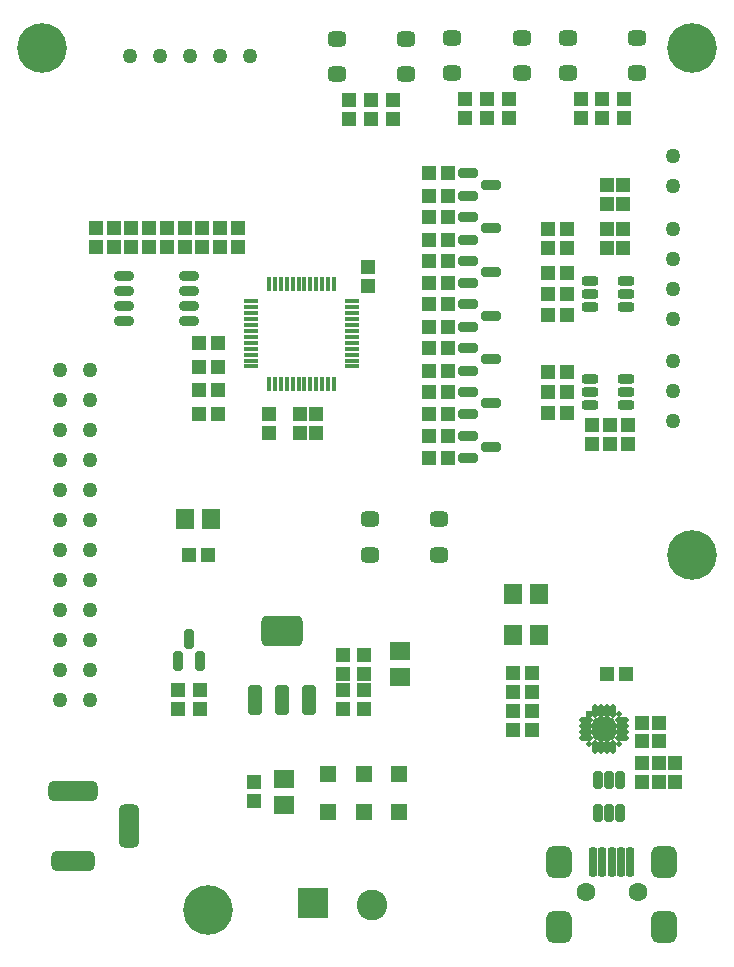
<source format=gts>
G04*
G04 #@! TF.GenerationSoftware,Altium Limited,Altium Designer,24.3.1 (35)*
G04*
G04 Layer_Color=8388736*
%FSLAX25Y25*%
%MOIN*%
G70*
G04*
G04 #@! TF.SameCoordinates,CBDEA9DE-FB5E-4B32-9C3F-323BEE311ABC*
G04*
G04*
G04 #@! TF.FilePolarity,Negative*
G04*
G01*
G75*
G04:AMPARAMS|DCode=37|XSize=47.37mil|YSize=102.49mil|CornerRadius=13.84mil|HoleSize=0mil|Usage=FLASHONLY|Rotation=180.000|XOffset=0mil|YOffset=0mil|HoleType=Round|Shape=RoundedRectangle|*
%AMROUNDEDRECTD37*
21,1,0.04737,0.07480,0,0,180.0*
21,1,0.01968,0.10249,0,0,180.0*
1,1,0.02769,-0.00984,0.03740*
1,1,0.02769,0.00984,0.03740*
1,1,0.02769,0.00984,-0.03740*
1,1,0.02769,-0.00984,-0.03740*
%
%ADD37ROUNDEDRECTD37*%
G04:AMPARAMS|DCode=38|XSize=137.92mil|YSize=102.49mil|CornerRadius=18.17mil|HoleSize=0mil|Usage=FLASHONLY|Rotation=180.000|XOffset=0mil|YOffset=0mil|HoleType=Round|Shape=RoundedRectangle|*
%AMROUNDEDRECTD38*
21,1,0.13792,0.06614,0,0,180.0*
21,1,0.10158,0.10249,0,0,180.0*
1,1,0.03635,-0.05079,0.03307*
1,1,0.03635,0.05079,0.03307*
1,1,0.03635,0.05079,-0.03307*
1,1,0.03635,-0.05079,-0.03307*
%
%ADD38ROUNDEDRECTD38*%
%ADD39R,0.06706X0.05918*%
%ADD40R,0.05918X0.06706*%
%ADD41R,0.04500X0.04800*%
G04:AMPARAMS|DCode=42|XSize=31.62mil|YSize=67.06mil|CornerRadius=9.91mil|HoleSize=0mil|Usage=FLASHONLY|Rotation=180.000|XOffset=0mil|YOffset=0mil|HoleType=Round|Shape=RoundedRectangle|*
%AMROUNDEDRECTD42*
21,1,0.03162,0.04724,0,0,180.0*
21,1,0.01181,0.06706,0,0,180.0*
1,1,0.01981,-0.00591,0.02362*
1,1,0.01981,0.00591,0.02362*
1,1,0.01981,0.00591,-0.02362*
1,1,0.01981,-0.00591,-0.02362*
%
%ADD42ROUNDEDRECTD42*%
%ADD43R,0.04800X0.04500*%
G04:AMPARAMS|DCode=44|XSize=61.15mil|YSize=51.31mil|CornerRadius=14.83mil|HoleSize=0mil|Usage=FLASHONLY|Rotation=180.000|XOffset=0mil|YOffset=0mil|HoleType=Round|Shape=RoundedRectangle|*
%AMROUNDEDRECTD44*
21,1,0.06115,0.02165,0,0,180.0*
21,1,0.03150,0.05131,0,0,180.0*
1,1,0.02965,-0.01575,0.01083*
1,1,0.02965,0.01575,0.01083*
1,1,0.02965,0.01575,-0.01083*
1,1,0.02965,-0.01575,-0.01083*
%
%ADD44ROUNDEDRECTD44*%
%ADD45R,0.01560X0.05060*%
G04:AMPARAMS|DCode=46|XSize=55.24mil|YSize=31.62mil|CornerRadius=9.91mil|HoleSize=0mil|Usage=FLASHONLY|Rotation=0.000|XOffset=0mil|YOffset=0mil|HoleType=Round|Shape=RoundedRectangle|*
%AMROUNDEDRECTD46*
21,1,0.05524,0.01181,0,0,0.0*
21,1,0.03543,0.03162,0,0,0.0*
1,1,0.01981,0.01772,-0.00591*
1,1,0.01981,-0.01772,-0.00591*
1,1,0.01981,-0.01772,0.00591*
1,1,0.01981,0.01772,0.00591*
%
%ADD46ROUNDEDRECTD46*%
G04:AMPARAMS|DCode=47|XSize=31.62mil|YSize=67.06mil|CornerRadius=9.91mil|HoleSize=0mil|Usage=FLASHONLY|Rotation=90.000|XOffset=0mil|YOffset=0mil|HoleType=Round|Shape=RoundedRectangle|*
%AMROUNDEDRECTD47*
21,1,0.03162,0.04724,0,0,90.0*
21,1,0.01181,0.06706,0,0,90.0*
1,1,0.01981,0.02362,0.00591*
1,1,0.01981,0.02362,-0.00591*
1,1,0.01981,-0.02362,-0.00591*
1,1,0.01981,-0.02362,0.00591*
%
%ADD47ROUNDEDRECTD47*%
G04:AMPARAMS|DCode=48|XSize=78.87mil|YSize=78.87mil|CornerRadius=21.72mil|HoleSize=0mil|Usage=FLASHONLY|Rotation=90.000|XOffset=0mil|YOffset=0mil|HoleType=Round|Shape=RoundedRectangle|*
%AMROUNDEDRECTD48*
21,1,0.07887,0.03543,0,0,90.0*
21,1,0.03543,0.07887,0,0,90.0*
1,1,0.04343,0.01772,0.01772*
1,1,0.04343,0.01772,-0.01772*
1,1,0.04343,-0.01772,-0.01772*
1,1,0.04343,-0.01772,0.01772*
%
%ADD48ROUNDEDRECTD48*%
G04:AMPARAMS|DCode=49|XSize=19.81mil|YSize=19.81mil|CornerRadius=6.95mil|HoleSize=0mil|Usage=FLASHONLY|Rotation=90.000|XOffset=0mil|YOffset=0mil|HoleType=Round|Shape=RoundedRectangle|*
%AMROUNDEDRECTD49*
21,1,0.01981,0.00591,0,0,90.0*
21,1,0.00591,0.01981,0,0,90.0*
1,1,0.01391,0.00295,0.00295*
1,1,0.01391,0.00295,-0.00295*
1,1,0.01391,-0.00295,-0.00295*
1,1,0.01391,-0.00295,0.00295*
%
%ADD49ROUNDEDRECTD49*%
%ADD50R,0.01981X0.01981*%
G04:AMPARAMS|DCode=51|XSize=43.43mil|YSize=19.81mil|CornerRadius=6.95mil|HoleSize=0mil|Usage=FLASHONLY|Rotation=0.000|XOffset=0mil|YOffset=0mil|HoleType=Round|Shape=RoundedRectangle|*
%AMROUNDEDRECTD51*
21,1,0.04343,0.00591,0,0,0.0*
21,1,0.02953,0.01981,0,0,0.0*
1,1,0.01391,0.01476,-0.00295*
1,1,0.01391,-0.01476,-0.00295*
1,1,0.01391,-0.01476,0.00295*
1,1,0.01391,0.01476,0.00295*
%
%ADD51ROUNDEDRECTD51*%
G04:AMPARAMS|DCode=52|XSize=43.43mil|YSize=19.81mil|CornerRadius=6.95mil|HoleSize=0mil|Usage=FLASHONLY|Rotation=270.000|XOffset=0mil|YOffset=0mil|HoleType=Round|Shape=RoundedRectangle|*
%AMROUNDEDRECTD52*
21,1,0.04343,0.00591,0,0,270.0*
21,1,0.02953,0.01981,0,0,270.0*
1,1,0.01391,-0.00295,-0.01476*
1,1,0.01391,-0.00295,0.01476*
1,1,0.01391,0.00295,0.01476*
1,1,0.01391,0.00295,-0.01476*
%
%ADD52ROUNDEDRECTD52*%
%ADD53R,0.05524X0.05524*%
%ADD54R,0.05060X0.01560*%
G04:AMPARAMS|DCode=55|XSize=31.62mil|YSize=65.09mil|CornerRadius=9.91mil|HoleSize=0mil|Usage=FLASHONLY|Rotation=90.000|XOffset=0mil|YOffset=0mil|HoleType=Round|Shape=RoundedRectangle|*
%AMROUNDEDRECTD55*
21,1,0.03162,0.04528,0,0,90.0*
21,1,0.01181,0.06509,0,0,90.0*
1,1,0.01981,0.02264,0.00591*
1,1,0.01981,0.02264,-0.00591*
1,1,0.01981,-0.02264,-0.00591*
1,1,0.01981,-0.02264,0.00591*
%
%ADD55ROUNDEDRECTD55*%
G04:AMPARAMS|DCode=56|XSize=106.42mil|YSize=86.74mil|CornerRadius=23.68mil|HoleSize=0mil|Usage=FLASHONLY|Rotation=90.000|XOffset=0mil|YOffset=0mil|HoleType=Round|Shape=RoundedRectangle|*
%AMROUNDEDRECTD56*
21,1,0.10642,0.03937,0,0,90.0*
21,1,0.05906,0.08674,0,0,90.0*
1,1,0.04737,0.01968,0.02953*
1,1,0.04737,0.01968,-0.02953*
1,1,0.04737,-0.01968,-0.02953*
1,1,0.04737,-0.01968,0.02953*
%
%ADD56ROUNDEDRECTD56*%
G04:AMPARAMS|DCode=57|XSize=98.55mil|YSize=27.69mil|CornerRadius=8.92mil|HoleSize=0mil|Usage=FLASHONLY|Rotation=90.000|XOffset=0mil|YOffset=0mil|HoleType=Round|Shape=RoundedRectangle|*
%AMROUNDEDRECTD57*
21,1,0.09855,0.00984,0,0,90.0*
21,1,0.08071,0.02769,0,0,90.0*
1,1,0.01784,0.00492,0.04035*
1,1,0.01784,0.00492,-0.04035*
1,1,0.01784,-0.00492,-0.04035*
1,1,0.01784,-0.00492,0.04035*
%
%ADD57ROUNDEDRECTD57*%
G04:AMPARAMS|DCode=58|XSize=33.59mil|YSize=59.18mil|CornerRadius=10.4mil|HoleSize=0mil|Usage=FLASHONLY|Rotation=180.000|XOffset=0mil|YOffset=0mil|HoleType=Round|Shape=RoundedRectangle|*
%AMROUNDEDRECTD58*
21,1,0.03359,0.03839,0,0,180.0*
21,1,0.01280,0.05918,0,0,180.0*
1,1,0.02080,-0.00640,0.01919*
1,1,0.02080,0.00640,0.01919*
1,1,0.02080,0.00640,-0.01919*
1,1,0.02080,-0.00640,-0.01919*
%
%ADD58ROUNDEDRECTD58*%
%ADD59R,0.10249X0.10249*%
%ADD60C,0.10249*%
%ADD61C,0.05000*%
%ADD62C,0.16548*%
G04:AMPARAMS|DCode=63|XSize=67.06mil|YSize=145.8mil|CornerRadius=18.76mil|HoleSize=0mil|Usage=FLASHONLY|Rotation=0.000|XOffset=0mil|YOffset=0mil|HoleType=Round|Shape=RoundedRectangle|*
%AMROUNDEDRECTD63*
21,1,0.06706,0.10827,0,0,0.0*
21,1,0.02953,0.14580,0,0,0.0*
1,1,0.03753,0.01476,-0.05413*
1,1,0.03753,-0.01476,-0.05413*
1,1,0.03753,-0.01476,0.05413*
1,1,0.03753,0.01476,0.05413*
%
%ADD63ROUNDEDRECTD63*%
G04:AMPARAMS|DCode=64|XSize=67.06mil|YSize=145.8mil|CornerRadius=18.76mil|HoleSize=0mil|Usage=FLASHONLY|Rotation=270.000|XOffset=0mil|YOffset=0mil|HoleType=Round|Shape=RoundedRectangle|*
%AMROUNDEDRECTD64*
21,1,0.06706,0.10827,0,0,270.0*
21,1,0.02953,0.14580,0,0,270.0*
1,1,0.03753,-0.05413,-0.01476*
1,1,0.03753,-0.05413,0.01476*
1,1,0.03753,0.05413,0.01476*
1,1,0.03753,0.05413,-0.01476*
%
%ADD64ROUNDEDRECTD64*%
G04:AMPARAMS|DCode=65|XSize=67.06mil|YSize=165.48mil|CornerRadius=18.76mil|HoleSize=0mil|Usage=FLASHONLY|Rotation=90.000|XOffset=0mil|YOffset=0mil|HoleType=Round|Shape=RoundedRectangle|*
%AMROUNDEDRECTD65*
21,1,0.06706,0.12795,0,0,90.0*
21,1,0.02953,0.16548,0,0,90.0*
1,1,0.03753,0.06398,0.01476*
1,1,0.03753,0.06398,-0.01476*
1,1,0.03753,-0.06398,-0.01476*
1,1,0.03753,-0.06398,0.01476*
%
%ADD65ROUNDEDRECTD65*%
%ADD66C,0.06312*%
D37*
X86575Y85720D02*
D03*
X95630D02*
D03*
X104685D02*
D03*
D38*
X95630Y108555D02*
D03*
D39*
X96280Y59496D02*
D03*
Y50834D02*
D03*
X135039Y93307D02*
D03*
Y101969D02*
D03*
D40*
X72047Y145866D02*
D03*
X63386D02*
D03*
X181169Y107500D02*
D03*
X172508D02*
D03*
X181169Y121000D02*
D03*
X172508D02*
D03*
D41*
X70867Y134055D02*
D03*
X64566D02*
D03*
X190552Y194882D02*
D03*
X184252D02*
D03*
X190551Y188189D02*
D03*
X184251D02*
D03*
X190552Y181496D02*
D03*
X184252D02*
D03*
X150839Y253740D02*
D03*
X144539D02*
D03*
Y261221D02*
D03*
X150839D02*
D03*
Y180905D02*
D03*
X144539D02*
D03*
Y188386D02*
D03*
X150839D02*
D03*
X203937Y94193D02*
D03*
X210237D02*
D03*
X150839Y246654D02*
D03*
X144539D02*
D03*
Y239173D02*
D03*
X150839D02*
D03*
Y232077D02*
D03*
X144539D02*
D03*
Y224597D02*
D03*
X150839D02*
D03*
Y217539D02*
D03*
X144539D02*
D03*
X150839Y202953D02*
D03*
X144539D02*
D03*
Y195473D02*
D03*
X150839D02*
D03*
Y173819D02*
D03*
X144539D02*
D03*
Y166339D02*
D03*
X150839D02*
D03*
X74410Y181102D02*
D03*
X68110D02*
D03*
X74410Y188976D02*
D03*
X68110D02*
D03*
X74410Y196850D02*
D03*
X68110D02*
D03*
Y204724D02*
D03*
X74410D02*
D03*
X144539Y210039D02*
D03*
X150839D02*
D03*
X190552Y227953D02*
D03*
X184252D02*
D03*
X190552Y221091D02*
D03*
X184252D02*
D03*
X190552Y214173D02*
D03*
X184252D02*
D03*
X184252Y236440D02*
D03*
X190552D02*
D03*
Y242741D02*
D03*
X184252D02*
D03*
D42*
X64567Y106102D02*
D03*
X68307Y98622D02*
D03*
X60827D02*
D03*
D43*
X68400Y89075D02*
D03*
Y82775D02*
D03*
X60919D02*
D03*
Y89075D02*
D03*
X195276Y286024D02*
D03*
Y279724D02*
D03*
X202425D02*
D03*
Y286024D02*
D03*
X209575Y286095D02*
D03*
Y279795D02*
D03*
X171260Y286024D02*
D03*
Y279724D02*
D03*
X163976Y279795D02*
D03*
Y286095D02*
D03*
X156693Y286024D02*
D03*
Y279724D02*
D03*
X132677Y285630D02*
D03*
Y279330D02*
D03*
X125394Y279401D02*
D03*
Y285701D02*
D03*
X118110Y285630D02*
D03*
Y279330D02*
D03*
X209402Y250940D02*
D03*
Y257241D02*
D03*
X203902Y250940D02*
D03*
Y257241D02*
D03*
Y242741D02*
D03*
Y236440D02*
D03*
X209402Y242741D02*
D03*
Y236440D02*
D03*
X210902Y170940D02*
D03*
Y177241D02*
D03*
X204949D02*
D03*
Y170940D02*
D03*
X198996Y177241D02*
D03*
Y170940D02*
D03*
X179008Y88288D02*
D03*
Y94588D02*
D03*
X172508Y88288D02*
D03*
Y94588D02*
D03*
Y81988D02*
D03*
Y75688D02*
D03*
X179008D02*
D03*
Y81988D02*
D03*
X221260Y78166D02*
D03*
Y71866D02*
D03*
X215620D02*
D03*
Y78166D02*
D03*
X215748Y64567D02*
D03*
Y58267D02*
D03*
X221260D02*
D03*
Y64567D02*
D03*
X226772D02*
D03*
Y58267D02*
D03*
X124409Y223622D02*
D03*
Y229922D02*
D03*
X86279Y52015D02*
D03*
Y58315D02*
D03*
X123130Y94488D02*
D03*
Y100788D02*
D03*
X116130D02*
D03*
Y94488D02*
D03*
X107087Y181102D02*
D03*
Y174802D02*
D03*
X101575Y181102D02*
D03*
Y174802D02*
D03*
X91339Y181102D02*
D03*
Y174802D02*
D03*
X80842Y236830D02*
D03*
Y243130D02*
D03*
X74945Y236830D02*
D03*
Y243130D02*
D03*
X69047Y236830D02*
D03*
Y243130D02*
D03*
X63150D02*
D03*
Y236830D02*
D03*
X57252Y243130D02*
D03*
Y236830D02*
D03*
X51354Y243130D02*
D03*
Y236830D02*
D03*
X45457D02*
D03*
Y243130D02*
D03*
X39559D02*
D03*
Y236830D02*
D03*
X33661Y243111D02*
D03*
Y236811D02*
D03*
X116130Y82775D02*
D03*
Y89075D02*
D03*
X123130D02*
D03*
Y82775D02*
D03*
D44*
X190909Y306496D02*
D03*
X213941D02*
D03*
X190909Y294685D02*
D03*
X213941D02*
D03*
X152461Y306496D02*
D03*
X175492D02*
D03*
X152461Y294685D02*
D03*
X175492D02*
D03*
X113878Y306102D02*
D03*
X136909D02*
D03*
X113878Y294291D02*
D03*
X136909D02*
D03*
X124902Y145866D02*
D03*
X147933D02*
D03*
X124902Y134055D02*
D03*
X147933D02*
D03*
D45*
X109043Y190972D02*
D03*
X91327Y224437D02*
D03*
X93295D02*
D03*
X95264D02*
D03*
X97232D02*
D03*
X99201D02*
D03*
X101169D02*
D03*
X103138D02*
D03*
X105106D02*
D03*
X107075D02*
D03*
X109043D02*
D03*
X111012D02*
D03*
X112980D02*
D03*
Y190972D02*
D03*
X111012D02*
D03*
X107075D02*
D03*
X105106D02*
D03*
X103138D02*
D03*
X101169D02*
D03*
X99201D02*
D03*
X97232D02*
D03*
X95264D02*
D03*
X93295D02*
D03*
X91327D02*
D03*
D46*
X198425Y192520D02*
D03*
Y188189D02*
D03*
Y183858D02*
D03*
X210236D02*
D03*
Y188189D02*
D03*
Y192520D02*
D03*
X198425Y225421D02*
D03*
Y221091D02*
D03*
Y216760D02*
D03*
X210236D02*
D03*
Y221091D02*
D03*
Y225421D02*
D03*
D47*
X165157Y257480D02*
D03*
X157677Y253740D02*
D03*
Y261221D02*
D03*
X165157Y184646D02*
D03*
X157677Y180905D02*
D03*
Y188386D02*
D03*
Y246654D02*
D03*
Y239173D02*
D03*
X165157Y242913D02*
D03*
X157677Y232087D02*
D03*
Y224606D02*
D03*
X165157Y228346D02*
D03*
X157677Y217520D02*
D03*
Y210039D02*
D03*
X165157Y213779D02*
D03*
X157677Y202953D02*
D03*
Y195473D02*
D03*
X165157Y199213D02*
D03*
X157677Y173819D02*
D03*
Y166339D02*
D03*
X165157Y170079D02*
D03*
D48*
X202945Y76000D02*
D03*
D49*
X207866Y71079D02*
D03*
Y80921D02*
D03*
X198024Y71079D02*
D03*
D50*
Y80921D02*
D03*
D51*
X196843Y78953D02*
D03*
Y76984D02*
D03*
Y75016D02*
D03*
Y73047D02*
D03*
X209047D02*
D03*
Y75016D02*
D03*
Y76984D02*
D03*
Y78953D02*
D03*
D52*
X199992Y82102D02*
D03*
X201961D02*
D03*
X203929D02*
D03*
X205898D02*
D03*
Y69898D02*
D03*
X203929D02*
D03*
X201961D02*
D03*
X199992D02*
D03*
D53*
X134780Y60949D02*
D03*
Y48350D02*
D03*
X122855Y60949D02*
D03*
Y48350D02*
D03*
X110931Y60949D02*
D03*
Y48350D02*
D03*
D54*
X85421Y196878D02*
D03*
Y198846D02*
D03*
Y200815D02*
D03*
Y202783D02*
D03*
Y204752D02*
D03*
Y206720D02*
D03*
Y208689D02*
D03*
Y210658D02*
D03*
Y212626D02*
D03*
Y214595D02*
D03*
Y216563D02*
D03*
Y218531D02*
D03*
X118886D02*
D03*
Y216563D02*
D03*
Y214595D02*
D03*
Y212626D02*
D03*
Y210658D02*
D03*
Y208689D02*
D03*
Y206720D02*
D03*
Y204752D02*
D03*
Y202783D02*
D03*
Y200815D02*
D03*
Y198846D02*
D03*
Y196878D02*
D03*
D55*
X43114Y226980D02*
D03*
Y221980D02*
D03*
Y216980D02*
D03*
Y211980D02*
D03*
X64571Y226980D02*
D03*
Y221980D02*
D03*
Y216980D02*
D03*
Y211980D02*
D03*
D56*
X223031Y31693D02*
D03*
X187992D02*
D03*
Y10039D02*
D03*
X223031D02*
D03*
D57*
X211811Y31693D02*
D03*
X199213D02*
D03*
X208661D02*
D03*
X202362D02*
D03*
X205512D02*
D03*
D58*
X200984Y48031D02*
D03*
X204724D02*
D03*
X208465D02*
D03*
Y59055D02*
D03*
X200984D02*
D03*
X204724D02*
D03*
D59*
X105979Y18000D02*
D03*
D60*
X125664Y17500D02*
D03*
D61*
X225902Y267091D02*
D03*
Y257090D02*
D03*
X31653Y105669D02*
D03*
X21654Y195669D02*
D03*
X31653D02*
D03*
X21654Y185669D02*
D03*
X31653D02*
D03*
X21654Y175669D02*
D03*
X31653D02*
D03*
X21654Y165669D02*
D03*
X31653D02*
D03*
X21654Y155669D02*
D03*
X31653D02*
D03*
X21654Y145669D02*
D03*
X31653D02*
D03*
X21654Y135669D02*
D03*
X31653D02*
D03*
X21654Y125669D02*
D03*
X31653D02*
D03*
X21654Y115669D02*
D03*
X31653D02*
D03*
X21654Y105669D02*
D03*
Y95669D02*
D03*
X31653D02*
D03*
X21654Y85669D02*
D03*
X31653D02*
D03*
X85039Y300394D02*
D03*
X75039D02*
D03*
X65039D02*
D03*
X55039D02*
D03*
X45039D02*
D03*
X225902Y198591D02*
D03*
Y188591D02*
D03*
Y178591D02*
D03*
Y242590D02*
D03*
Y232591D02*
D03*
Y222590D02*
D03*
Y212591D02*
D03*
D62*
X232283Y303150D02*
D03*
X15748D02*
D03*
X232283Y133858D02*
D03*
X70866Y15748D02*
D03*
D63*
X44488Y43701D02*
D03*
D64*
X25984Y31890D02*
D03*
D65*
Y55512D02*
D03*
D66*
X196850Y21654D02*
D03*
X214173D02*
D03*
M02*

</source>
